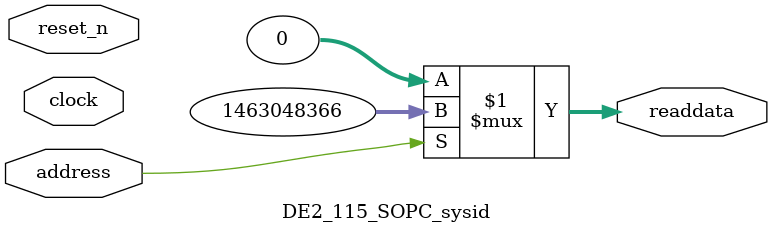
<source format=v>



// synthesis translate_off
`timescale 1ns / 1ps
// synthesis translate_on

// turn off superfluous verilog processor warnings 
// altera message_level Level1 
// altera message_off 10034 10035 10036 10037 10230 10240 10030 

module DE2_115_SOPC_sysid (
               // inputs:
                address,
                clock,
                reset_n,

               // outputs:
                readdata
             )
;

  output  [ 31: 0] readdata;
  input            address;
  input            clock;
  input            reset_n;

  wire    [ 31: 0] readdata;
  //control_slave, which is an e_avalon_slave
  assign readdata = address ? 1463048366 : 0;

endmodule




</source>
